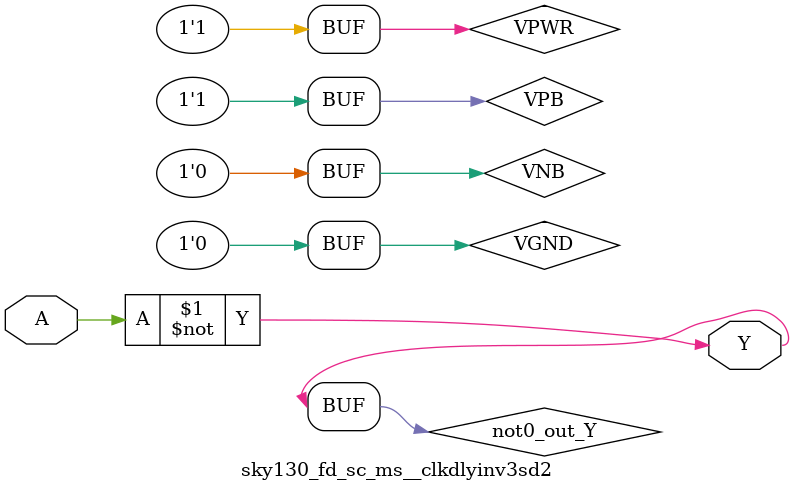
<source format=v>
/*
 * Copyright 2020 The SkyWater PDK Authors
 *
 * Licensed under the Apache License, Version 2.0 (the "License");
 * you may not use this file except in compliance with the License.
 * You may obtain a copy of the License at
 *
 *     https://www.apache.org/licenses/LICENSE-2.0
 *
 * Unless required by applicable law or agreed to in writing, software
 * distributed under the License is distributed on an "AS IS" BASIS,
 * WITHOUT WARRANTIES OR CONDITIONS OF ANY KIND, either express or implied.
 * See the License for the specific language governing permissions and
 * limitations under the License.
 *
 * SPDX-License-Identifier: Apache-2.0
*/


`ifndef SKY130_FD_SC_MS__CLKDLYINV3SD2_TIMING_V
`define SKY130_FD_SC_MS__CLKDLYINV3SD2_TIMING_V

/**
 * clkdlyinv3sd2: Clock Delay Inverter 3-stage 0.25um length inner
 *                stage gate.
 *
 * Verilog simulation timing model.
 */

`timescale 1ns / 1ps
`default_nettype none

`celldefine
module sky130_fd_sc_ms__clkdlyinv3sd2 (
    Y,
    A
);

    // Module ports
    output Y;
    input  A;

    // Module supplies
    supply1 VPWR;
    supply0 VGND;
    supply1 VPB ;
    supply0 VNB ;

    // Local signals
    wire not0_out_Y;

    //  Name  Output      Other arguments
    not not0 (not0_out_Y, A              );
    buf buf0 (Y         , not0_out_Y     );

endmodule
`endcelldefine

`default_nettype wire
`endif  // SKY130_FD_SC_MS__CLKDLYINV3SD2_TIMING_V

</source>
